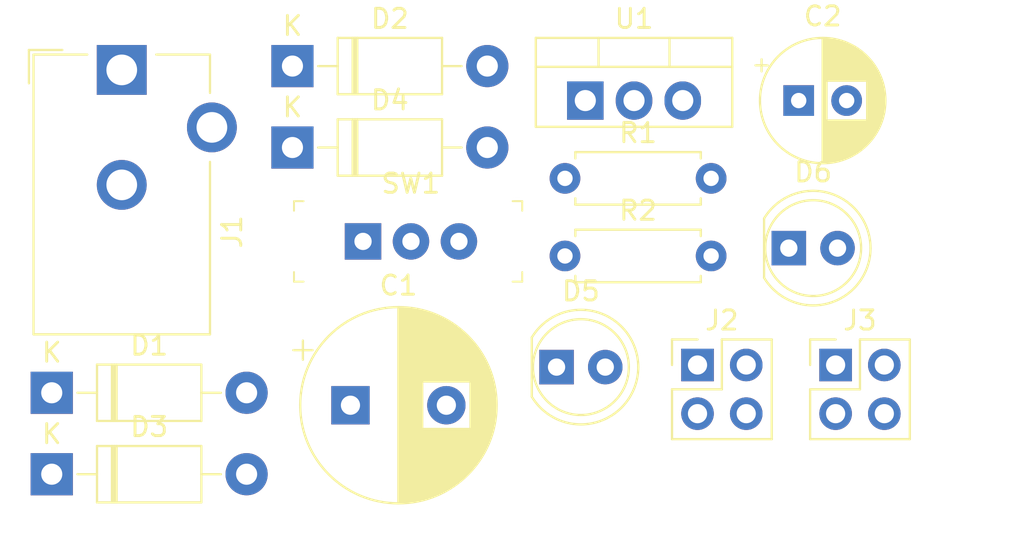
<source format=kicad_pcb>
(kicad_pcb (version 20171130) (host pcbnew 5.1.5-52549c5~84~ubuntu18.04.1)

  (general
    (thickness 1.6)
    (drawings 0)
    (tracks 0)
    (zones 0)
    (modules 15)
    (nets 11)
  )

  (page A4)
  (title_block
    (title "Breadboard power supply")
    (date 2019-12-19)
    (rev 1)
    (company Dalamakers)
    (comment 1 "Designed by Einar Helle")
  )

  (layers
    (0 F.Cu signal)
    (31 B.Cu signal)
    (32 B.Adhes user)
    (33 F.Adhes user)
    (34 B.Paste user)
    (35 F.Paste user)
    (36 B.SilkS user)
    (37 F.SilkS user)
    (38 B.Mask user)
    (39 F.Mask user)
    (40 Dwgs.User user)
    (41 Cmts.User user)
    (42 Eco1.User user)
    (43 Eco2.User user)
    (44 Edge.Cuts user)
    (45 Margin user)
    (46 B.CrtYd user)
    (47 F.CrtYd user)
    (48 B.Fab user)
    (49 F.Fab user)
  )

  (setup
    (last_trace_width 0.25)
    (user_trace_width 0.3)
    (trace_clearance 0.2)
    (zone_clearance 0.508)
    (zone_45_only no)
    (trace_min 0.2)
    (via_size 0.8)
    (via_drill 0.4)
    (via_min_size 0.4)
    (via_min_drill 0.3)
    (user_via 1 0.6)
    (uvia_size 0.3)
    (uvia_drill 0.1)
    (uvias_allowed no)
    (uvia_min_size 0.2)
    (uvia_min_drill 0.1)
    (edge_width 0.05)
    (segment_width 0.2)
    (pcb_text_width 0.3)
    (pcb_text_size 1.5 1.5)
    (mod_edge_width 0.12)
    (mod_text_size 1 1)
    (mod_text_width 0.15)
    (pad_size 1.524 1.524)
    (pad_drill 0.762)
    (pad_to_mask_clearance 0.051)
    (solder_mask_min_width 0.25)
    (aux_axis_origin 0 0)
    (visible_elements FFFFFF7F)
    (pcbplotparams
      (layerselection 0x010fc_ffffffff)
      (usegerberextensions false)
      (usegerberattributes false)
      (usegerberadvancedattributes false)
      (creategerberjobfile false)
      (excludeedgelayer true)
      (linewidth 0.100000)
      (plotframeref false)
      (viasonmask false)
      (mode 1)
      (useauxorigin false)
      (hpglpennumber 1)
      (hpglpenspeed 20)
      (hpglpendiameter 15.000000)
      (psnegative false)
      (psa4output false)
      (plotreference true)
      (plotvalue true)
      (plotinvisibletext false)
      (padsonsilk false)
      (subtractmaskfromsilk false)
      (outputformat 1)
      (mirror false)
      (drillshape 1)
      (scaleselection 1)
      (outputdirectory ""))
  )

  (net 0 "")
  (net 1 /VIn)
  (net 2 /V-)
  (net 3 /VOut1)
  (net 4 "Net-(D1-Pad1)")
  (net 5 "Net-(D3-Pad2)")
  (net 6 "Net-(D5-Pad2)")
  (net 7 "Net-(D6-Pad2)")
  (net 8 "Net-(J1-Pad3)")
  (net 9 /VOut2)
  (net 10 "Net-(SW1-Pad3)")

  (net_class Default "This is the default net class."
    (clearance 0.2)
    (trace_width 0.25)
    (via_dia 0.8)
    (via_drill 0.4)
    (uvia_dia 0.3)
    (uvia_drill 0.1)
    (add_net "Net-(D1-Pad1)")
    (add_net "Net-(D3-Pad2)")
    (add_net "Net-(D5-Pad2)")
    (add_net "Net-(D6-Pad2)")
    (add_net "Net-(J1-Pad3)")
    (add_net "Net-(SW1-Pad3)")
  )

  (net_class Power ""
    (clearance 0.3)
    (trace_width 0.3)
    (via_dia 1)
    (via_drill 0.5)
    (uvia_dia 0.3)
    (uvia_drill 0.1)
    (add_net /V-)
    (add_net /VIn)
    (add_net /VOut1)
    (add_net /VOut2)
  )

  (module Capacitor_THT:CP_Radial_D10.0mm_P5.00mm (layer F.Cu) (tedit 5AE50EF1) (tstamp 5DFB6B2D)
    (at 112.199647 99.335001)
    (descr "CP, Radial series, Radial, pin pitch=5.00mm, , diameter=10mm, Electrolytic Capacitor")
    (tags "CP Radial series Radial pin pitch 5.00mm  diameter 10mm Electrolytic Capacitor")
    (path /5DFAA6FE)
    (fp_text reference C1 (at 2.5 -6.25) (layer F.SilkS)
      (effects (font (size 1 1) (thickness 0.15)))
    )
    (fp_text value CP (at 2.5 6.25) (layer F.Fab)
      (effects (font (size 1 1) (thickness 0.15)))
    )
    (fp_circle (center 2.5 0) (end 7.5 0) (layer F.Fab) (width 0.1))
    (fp_circle (center 2.5 0) (end 7.62 0) (layer F.SilkS) (width 0.12))
    (fp_circle (center 2.5 0) (end 7.75 0) (layer F.CrtYd) (width 0.05))
    (fp_line (start -1.788861 -2.1875) (end -0.788861 -2.1875) (layer F.Fab) (width 0.1))
    (fp_line (start -1.288861 -2.6875) (end -1.288861 -1.6875) (layer F.Fab) (width 0.1))
    (fp_line (start 2.5 -5.08) (end 2.5 5.08) (layer F.SilkS) (width 0.12))
    (fp_line (start 2.54 -5.08) (end 2.54 5.08) (layer F.SilkS) (width 0.12))
    (fp_line (start 2.58 -5.08) (end 2.58 5.08) (layer F.SilkS) (width 0.12))
    (fp_line (start 2.62 -5.079) (end 2.62 5.079) (layer F.SilkS) (width 0.12))
    (fp_line (start 2.66 -5.078) (end 2.66 5.078) (layer F.SilkS) (width 0.12))
    (fp_line (start 2.7 -5.077) (end 2.7 5.077) (layer F.SilkS) (width 0.12))
    (fp_line (start 2.74 -5.075) (end 2.74 5.075) (layer F.SilkS) (width 0.12))
    (fp_line (start 2.78 -5.073) (end 2.78 5.073) (layer F.SilkS) (width 0.12))
    (fp_line (start 2.82 -5.07) (end 2.82 5.07) (layer F.SilkS) (width 0.12))
    (fp_line (start 2.86 -5.068) (end 2.86 5.068) (layer F.SilkS) (width 0.12))
    (fp_line (start 2.9 -5.065) (end 2.9 5.065) (layer F.SilkS) (width 0.12))
    (fp_line (start 2.94 -5.062) (end 2.94 5.062) (layer F.SilkS) (width 0.12))
    (fp_line (start 2.98 -5.058) (end 2.98 5.058) (layer F.SilkS) (width 0.12))
    (fp_line (start 3.02 -5.054) (end 3.02 5.054) (layer F.SilkS) (width 0.12))
    (fp_line (start 3.06 -5.05) (end 3.06 5.05) (layer F.SilkS) (width 0.12))
    (fp_line (start 3.1 -5.045) (end 3.1 5.045) (layer F.SilkS) (width 0.12))
    (fp_line (start 3.14 -5.04) (end 3.14 5.04) (layer F.SilkS) (width 0.12))
    (fp_line (start 3.18 -5.035) (end 3.18 5.035) (layer F.SilkS) (width 0.12))
    (fp_line (start 3.221 -5.03) (end 3.221 5.03) (layer F.SilkS) (width 0.12))
    (fp_line (start 3.261 -5.024) (end 3.261 5.024) (layer F.SilkS) (width 0.12))
    (fp_line (start 3.301 -5.018) (end 3.301 5.018) (layer F.SilkS) (width 0.12))
    (fp_line (start 3.341 -5.011) (end 3.341 5.011) (layer F.SilkS) (width 0.12))
    (fp_line (start 3.381 -5.004) (end 3.381 5.004) (layer F.SilkS) (width 0.12))
    (fp_line (start 3.421 -4.997) (end 3.421 4.997) (layer F.SilkS) (width 0.12))
    (fp_line (start 3.461 -4.99) (end 3.461 4.99) (layer F.SilkS) (width 0.12))
    (fp_line (start 3.501 -4.982) (end 3.501 4.982) (layer F.SilkS) (width 0.12))
    (fp_line (start 3.541 -4.974) (end 3.541 4.974) (layer F.SilkS) (width 0.12))
    (fp_line (start 3.581 -4.965) (end 3.581 4.965) (layer F.SilkS) (width 0.12))
    (fp_line (start 3.621 -4.956) (end 3.621 4.956) (layer F.SilkS) (width 0.12))
    (fp_line (start 3.661 -4.947) (end 3.661 4.947) (layer F.SilkS) (width 0.12))
    (fp_line (start 3.701 -4.938) (end 3.701 4.938) (layer F.SilkS) (width 0.12))
    (fp_line (start 3.741 -4.928) (end 3.741 4.928) (layer F.SilkS) (width 0.12))
    (fp_line (start 3.781 -4.918) (end 3.781 -1.241) (layer F.SilkS) (width 0.12))
    (fp_line (start 3.781 1.241) (end 3.781 4.918) (layer F.SilkS) (width 0.12))
    (fp_line (start 3.821 -4.907) (end 3.821 -1.241) (layer F.SilkS) (width 0.12))
    (fp_line (start 3.821 1.241) (end 3.821 4.907) (layer F.SilkS) (width 0.12))
    (fp_line (start 3.861 -4.897) (end 3.861 -1.241) (layer F.SilkS) (width 0.12))
    (fp_line (start 3.861 1.241) (end 3.861 4.897) (layer F.SilkS) (width 0.12))
    (fp_line (start 3.901 -4.885) (end 3.901 -1.241) (layer F.SilkS) (width 0.12))
    (fp_line (start 3.901 1.241) (end 3.901 4.885) (layer F.SilkS) (width 0.12))
    (fp_line (start 3.941 -4.874) (end 3.941 -1.241) (layer F.SilkS) (width 0.12))
    (fp_line (start 3.941 1.241) (end 3.941 4.874) (layer F.SilkS) (width 0.12))
    (fp_line (start 3.981 -4.862) (end 3.981 -1.241) (layer F.SilkS) (width 0.12))
    (fp_line (start 3.981 1.241) (end 3.981 4.862) (layer F.SilkS) (width 0.12))
    (fp_line (start 4.021 -4.85) (end 4.021 -1.241) (layer F.SilkS) (width 0.12))
    (fp_line (start 4.021 1.241) (end 4.021 4.85) (layer F.SilkS) (width 0.12))
    (fp_line (start 4.061 -4.837) (end 4.061 -1.241) (layer F.SilkS) (width 0.12))
    (fp_line (start 4.061 1.241) (end 4.061 4.837) (layer F.SilkS) (width 0.12))
    (fp_line (start 4.101 -4.824) (end 4.101 -1.241) (layer F.SilkS) (width 0.12))
    (fp_line (start 4.101 1.241) (end 4.101 4.824) (layer F.SilkS) (width 0.12))
    (fp_line (start 4.141 -4.811) (end 4.141 -1.241) (layer F.SilkS) (width 0.12))
    (fp_line (start 4.141 1.241) (end 4.141 4.811) (layer F.SilkS) (width 0.12))
    (fp_line (start 4.181 -4.797) (end 4.181 -1.241) (layer F.SilkS) (width 0.12))
    (fp_line (start 4.181 1.241) (end 4.181 4.797) (layer F.SilkS) (width 0.12))
    (fp_line (start 4.221 -4.783) (end 4.221 -1.241) (layer F.SilkS) (width 0.12))
    (fp_line (start 4.221 1.241) (end 4.221 4.783) (layer F.SilkS) (width 0.12))
    (fp_line (start 4.261 -4.768) (end 4.261 -1.241) (layer F.SilkS) (width 0.12))
    (fp_line (start 4.261 1.241) (end 4.261 4.768) (layer F.SilkS) (width 0.12))
    (fp_line (start 4.301 -4.754) (end 4.301 -1.241) (layer F.SilkS) (width 0.12))
    (fp_line (start 4.301 1.241) (end 4.301 4.754) (layer F.SilkS) (width 0.12))
    (fp_line (start 4.341 -4.738) (end 4.341 -1.241) (layer F.SilkS) (width 0.12))
    (fp_line (start 4.341 1.241) (end 4.341 4.738) (layer F.SilkS) (width 0.12))
    (fp_line (start 4.381 -4.723) (end 4.381 -1.241) (layer F.SilkS) (width 0.12))
    (fp_line (start 4.381 1.241) (end 4.381 4.723) (layer F.SilkS) (width 0.12))
    (fp_line (start 4.421 -4.707) (end 4.421 -1.241) (layer F.SilkS) (width 0.12))
    (fp_line (start 4.421 1.241) (end 4.421 4.707) (layer F.SilkS) (width 0.12))
    (fp_line (start 4.461 -4.69) (end 4.461 -1.241) (layer F.SilkS) (width 0.12))
    (fp_line (start 4.461 1.241) (end 4.461 4.69) (layer F.SilkS) (width 0.12))
    (fp_line (start 4.501 -4.674) (end 4.501 -1.241) (layer F.SilkS) (width 0.12))
    (fp_line (start 4.501 1.241) (end 4.501 4.674) (layer F.SilkS) (width 0.12))
    (fp_line (start 4.541 -4.657) (end 4.541 -1.241) (layer F.SilkS) (width 0.12))
    (fp_line (start 4.541 1.241) (end 4.541 4.657) (layer F.SilkS) (width 0.12))
    (fp_line (start 4.581 -4.639) (end 4.581 -1.241) (layer F.SilkS) (width 0.12))
    (fp_line (start 4.581 1.241) (end 4.581 4.639) (layer F.SilkS) (width 0.12))
    (fp_line (start 4.621 -4.621) (end 4.621 -1.241) (layer F.SilkS) (width 0.12))
    (fp_line (start 4.621 1.241) (end 4.621 4.621) (layer F.SilkS) (width 0.12))
    (fp_line (start 4.661 -4.603) (end 4.661 -1.241) (layer F.SilkS) (width 0.12))
    (fp_line (start 4.661 1.241) (end 4.661 4.603) (layer F.SilkS) (width 0.12))
    (fp_line (start 4.701 -4.584) (end 4.701 -1.241) (layer F.SilkS) (width 0.12))
    (fp_line (start 4.701 1.241) (end 4.701 4.584) (layer F.SilkS) (width 0.12))
    (fp_line (start 4.741 -4.564) (end 4.741 -1.241) (layer F.SilkS) (width 0.12))
    (fp_line (start 4.741 1.241) (end 4.741 4.564) (layer F.SilkS) (width 0.12))
    (fp_line (start 4.781 -4.545) (end 4.781 -1.241) (layer F.SilkS) (width 0.12))
    (fp_line (start 4.781 1.241) (end 4.781 4.545) (layer F.SilkS) (width 0.12))
    (fp_line (start 4.821 -4.525) (end 4.821 -1.241) (layer F.SilkS) (width 0.12))
    (fp_line (start 4.821 1.241) (end 4.821 4.525) (layer F.SilkS) (width 0.12))
    (fp_line (start 4.861 -4.504) (end 4.861 -1.241) (layer F.SilkS) (width 0.12))
    (fp_line (start 4.861 1.241) (end 4.861 4.504) (layer F.SilkS) (width 0.12))
    (fp_line (start 4.901 -4.483) (end 4.901 -1.241) (layer F.SilkS) (width 0.12))
    (fp_line (start 4.901 1.241) (end 4.901 4.483) (layer F.SilkS) (width 0.12))
    (fp_line (start 4.941 -4.462) (end 4.941 -1.241) (layer F.SilkS) (width 0.12))
    (fp_line (start 4.941 1.241) (end 4.941 4.462) (layer F.SilkS) (width 0.12))
    (fp_line (start 4.981 -4.44) (end 4.981 -1.241) (layer F.SilkS) (width 0.12))
    (fp_line (start 4.981 1.241) (end 4.981 4.44) (layer F.SilkS) (width 0.12))
    (fp_line (start 5.021 -4.417) (end 5.021 -1.241) (layer F.SilkS) (width 0.12))
    (fp_line (start 5.021 1.241) (end 5.021 4.417) (layer F.SilkS) (width 0.12))
    (fp_line (start 5.061 -4.395) (end 5.061 -1.241) (layer F.SilkS) (width 0.12))
    (fp_line (start 5.061 1.241) (end 5.061 4.395) (layer F.SilkS) (width 0.12))
    (fp_line (start 5.101 -4.371) (end 5.101 -1.241) (layer F.SilkS) (width 0.12))
    (fp_line (start 5.101 1.241) (end 5.101 4.371) (layer F.SilkS) (width 0.12))
    (fp_line (start 5.141 -4.347) (end 5.141 -1.241) (layer F.SilkS) (width 0.12))
    (fp_line (start 5.141 1.241) (end 5.141 4.347) (layer F.SilkS) (width 0.12))
    (fp_line (start 5.181 -4.323) (end 5.181 -1.241) (layer F.SilkS) (width 0.12))
    (fp_line (start 5.181 1.241) (end 5.181 4.323) (layer F.SilkS) (width 0.12))
    (fp_line (start 5.221 -4.298) (end 5.221 -1.241) (layer F.SilkS) (width 0.12))
    (fp_line (start 5.221 1.241) (end 5.221 4.298) (layer F.SilkS) (width 0.12))
    (fp_line (start 5.261 -4.273) (end 5.261 -1.241) (layer F.SilkS) (width 0.12))
    (fp_line (start 5.261 1.241) (end 5.261 4.273) (layer F.SilkS) (width 0.12))
    (fp_line (start 5.301 -4.247) (end 5.301 -1.241) (layer F.SilkS) (width 0.12))
    (fp_line (start 5.301 1.241) (end 5.301 4.247) (layer F.SilkS) (width 0.12))
    (fp_line (start 5.341 -4.221) (end 5.341 -1.241) (layer F.SilkS) (width 0.12))
    (fp_line (start 5.341 1.241) (end 5.341 4.221) (layer F.SilkS) (width 0.12))
    (fp_line (start 5.381 -4.194) (end 5.381 -1.241) (layer F.SilkS) (width 0.12))
    (fp_line (start 5.381 1.241) (end 5.381 4.194) (layer F.SilkS) (width 0.12))
    (fp_line (start 5.421 -4.166) (end 5.421 -1.241) (layer F.SilkS) (width 0.12))
    (fp_line (start 5.421 1.241) (end 5.421 4.166) (layer F.SilkS) (width 0.12))
    (fp_line (start 5.461 -4.138) (end 5.461 -1.241) (layer F.SilkS) (width 0.12))
    (fp_line (start 5.461 1.241) (end 5.461 4.138) (layer F.SilkS) (width 0.12))
    (fp_line (start 5.501 -4.11) (end 5.501 -1.241) (layer F.SilkS) (width 0.12))
    (fp_line (start 5.501 1.241) (end 5.501 4.11) (layer F.SilkS) (width 0.12))
    (fp_line (start 5.541 -4.08) (end 5.541 -1.241) (layer F.SilkS) (width 0.12))
    (fp_line (start 5.541 1.241) (end 5.541 4.08) (layer F.SilkS) (width 0.12))
    (fp_line (start 5.581 -4.05) (end 5.581 -1.241) (layer F.SilkS) (width 0.12))
    (fp_line (start 5.581 1.241) (end 5.581 4.05) (layer F.SilkS) (width 0.12))
    (fp_line (start 5.621 -4.02) (end 5.621 -1.241) (layer F.SilkS) (width 0.12))
    (fp_line (start 5.621 1.241) (end 5.621 4.02) (layer F.SilkS) (width 0.12))
    (fp_line (start 5.661 -3.989) (end 5.661 -1.241) (layer F.SilkS) (width 0.12))
    (fp_line (start 5.661 1.241) (end 5.661 3.989) (layer F.SilkS) (width 0.12))
    (fp_line (start 5.701 -3.957) (end 5.701 -1.241) (layer F.SilkS) (width 0.12))
    (fp_line (start 5.701 1.241) (end 5.701 3.957) (layer F.SilkS) (width 0.12))
    (fp_line (start 5.741 -3.925) (end 5.741 -1.241) (layer F.SilkS) (width 0.12))
    (fp_line (start 5.741 1.241) (end 5.741 3.925) (layer F.SilkS) (width 0.12))
    (fp_line (start 5.781 -3.892) (end 5.781 -1.241) (layer F.SilkS) (width 0.12))
    (fp_line (start 5.781 1.241) (end 5.781 3.892) (layer F.SilkS) (width 0.12))
    (fp_line (start 5.821 -3.858) (end 5.821 -1.241) (layer F.SilkS) (width 0.12))
    (fp_line (start 5.821 1.241) (end 5.821 3.858) (layer F.SilkS) (width 0.12))
    (fp_line (start 5.861 -3.824) (end 5.861 -1.241) (layer F.SilkS) (width 0.12))
    (fp_line (start 5.861 1.241) (end 5.861 3.824) (layer F.SilkS) (width 0.12))
    (fp_line (start 5.901 -3.789) (end 5.901 -1.241) (layer F.SilkS) (width 0.12))
    (fp_line (start 5.901 1.241) (end 5.901 3.789) (layer F.SilkS) (width 0.12))
    (fp_line (start 5.941 -3.753) (end 5.941 -1.241) (layer F.SilkS) (width 0.12))
    (fp_line (start 5.941 1.241) (end 5.941 3.753) (layer F.SilkS) (width 0.12))
    (fp_line (start 5.981 -3.716) (end 5.981 -1.241) (layer F.SilkS) (width 0.12))
    (fp_line (start 5.981 1.241) (end 5.981 3.716) (layer F.SilkS) (width 0.12))
    (fp_line (start 6.021 -3.679) (end 6.021 -1.241) (layer F.SilkS) (width 0.12))
    (fp_line (start 6.021 1.241) (end 6.021 3.679) (layer F.SilkS) (width 0.12))
    (fp_line (start 6.061 -3.64) (end 6.061 -1.241) (layer F.SilkS) (width 0.12))
    (fp_line (start 6.061 1.241) (end 6.061 3.64) (layer F.SilkS) (width 0.12))
    (fp_line (start 6.101 -3.601) (end 6.101 -1.241) (layer F.SilkS) (width 0.12))
    (fp_line (start 6.101 1.241) (end 6.101 3.601) (layer F.SilkS) (width 0.12))
    (fp_line (start 6.141 -3.561) (end 6.141 -1.241) (layer F.SilkS) (width 0.12))
    (fp_line (start 6.141 1.241) (end 6.141 3.561) (layer F.SilkS) (width 0.12))
    (fp_line (start 6.181 -3.52) (end 6.181 -1.241) (layer F.SilkS) (width 0.12))
    (fp_line (start 6.181 1.241) (end 6.181 3.52) (layer F.SilkS) (width 0.12))
    (fp_line (start 6.221 -3.478) (end 6.221 -1.241) (layer F.SilkS) (width 0.12))
    (fp_line (start 6.221 1.241) (end 6.221 3.478) (layer F.SilkS) (width 0.12))
    (fp_line (start 6.261 -3.436) (end 6.261 3.436) (layer F.SilkS) (width 0.12))
    (fp_line (start 6.301 -3.392) (end 6.301 3.392) (layer F.SilkS) (width 0.12))
    (fp_line (start 6.341 -3.347) (end 6.341 3.347) (layer F.SilkS) (width 0.12))
    (fp_line (start 6.381 -3.301) (end 6.381 3.301) (layer F.SilkS) (width 0.12))
    (fp_line (start 6.421 -3.254) (end 6.421 3.254) (layer F.SilkS) (width 0.12))
    (fp_line (start 6.461 -3.206) (end 6.461 3.206) (layer F.SilkS) (width 0.12))
    (fp_line (start 6.501 -3.156) (end 6.501 3.156) (layer F.SilkS) (width 0.12))
    (fp_line (start 6.541 -3.106) (end 6.541 3.106) (layer F.SilkS) (width 0.12))
    (fp_line (start 6.581 -3.054) (end 6.581 3.054) (layer F.SilkS) (width 0.12))
    (fp_line (start 6.621 -3) (end 6.621 3) (layer F.SilkS) (width 0.12))
    (fp_line (start 6.661 -2.945) (end 6.661 2.945) (layer F.SilkS) (width 0.12))
    (fp_line (start 6.701 -2.889) (end 6.701 2.889) (layer F.SilkS) (width 0.12))
    (fp_line (start 6.741 -2.83) (end 6.741 2.83) (layer F.SilkS) (width 0.12))
    (fp_line (start 6.781 -2.77) (end 6.781 2.77) (layer F.SilkS) (width 0.12))
    (fp_line (start 6.821 -2.709) (end 6.821 2.709) (layer F.SilkS) (width 0.12))
    (fp_line (start 6.861 -2.645) (end 6.861 2.645) (layer F.SilkS) (width 0.12))
    (fp_line (start 6.901 -2.579) (end 6.901 2.579) (layer F.SilkS) (width 0.12))
    (fp_line (start 6.941 -2.51) (end 6.941 2.51) (layer F.SilkS) (width 0.12))
    (fp_line (start 6.981 -2.439) (end 6.981 2.439) (layer F.SilkS) (width 0.12))
    (fp_line (start 7.021 -2.365) (end 7.021 2.365) (layer F.SilkS) (width 0.12))
    (fp_line (start 7.061 -2.289) (end 7.061 2.289) (layer F.SilkS) (width 0.12))
    (fp_line (start 7.101 -2.209) (end 7.101 2.209) (layer F.SilkS) (width 0.12))
    (fp_line (start 7.141 -2.125) (end 7.141 2.125) (layer F.SilkS) (width 0.12))
    (fp_line (start 7.181 -2.037) (end 7.181 2.037) (layer F.SilkS) (width 0.12))
    (fp_line (start 7.221 -1.944) (end 7.221 1.944) (layer F.SilkS) (width 0.12))
    (fp_line (start 7.261 -1.846) (end 7.261 1.846) (layer F.SilkS) (width 0.12))
    (fp_line (start 7.301 -1.742) (end 7.301 1.742) (layer F.SilkS) (width 0.12))
    (fp_line (start 7.341 -1.63) (end 7.341 1.63) (layer F.SilkS) (width 0.12))
    (fp_line (start 7.381 -1.51) (end 7.381 1.51) (layer F.SilkS) (width 0.12))
    (fp_line (start 7.421 -1.378) (end 7.421 1.378) (layer F.SilkS) (width 0.12))
    (fp_line (start 7.461 -1.23) (end 7.461 1.23) (layer F.SilkS) (width 0.12))
    (fp_line (start 7.501 -1.062) (end 7.501 1.062) (layer F.SilkS) (width 0.12))
    (fp_line (start 7.541 -0.862) (end 7.541 0.862) (layer F.SilkS) (width 0.12))
    (fp_line (start 7.581 -0.599) (end 7.581 0.599) (layer F.SilkS) (width 0.12))
    (fp_line (start -2.979646 -2.875) (end -1.979646 -2.875) (layer F.SilkS) (width 0.12))
    (fp_line (start -2.479646 -3.375) (end -2.479646 -2.375) (layer F.SilkS) (width 0.12))
    (fp_text user %R (at 2.5 0) (layer F.Fab)
      (effects (font (size 1 1) (thickness 0.15)))
    )
    (pad 1 thru_hole rect (at 0 0) (size 2 2) (drill 1) (layers *.Cu *.Mask)
      (net 1 /VIn))
    (pad 2 thru_hole circle (at 5 0) (size 2 2) (drill 1) (layers *.Cu *.Mask)
      (net 2 /V-))
    (model ${KISYS3DMOD}/Capacitor_THT.3dshapes/CP_Radial_D10.0mm_P5.00mm.wrl
      (at (xyz 0 0 0))
      (scale (xyz 1 1 1))
      (rotate (xyz 0 0 0))
    )
  )

  (module Capacitor_THT:CP_Radial_D6.3mm_P2.50mm (layer F.Cu) (tedit 5AE50EF0) (tstamp 5DFB6BC1)
    (at 135.570242 83.435001)
    (descr "CP, Radial series, Radial, pin pitch=2.50mm, , diameter=6.3mm, Electrolytic Capacitor")
    (tags "CP Radial series Radial pin pitch 2.50mm  diameter 6.3mm Electrolytic Capacitor")
    (path /5DFAAC5A)
    (fp_text reference C2 (at 1.25 -4.4) (layer F.SilkS)
      (effects (font (size 1 1) (thickness 0.15)))
    )
    (fp_text value CP (at 1.25 4.4) (layer F.Fab)
      (effects (font (size 1 1) (thickness 0.15)))
    )
    (fp_circle (center 1.25 0) (end 4.4 0) (layer F.Fab) (width 0.1))
    (fp_circle (center 1.25 0) (end 4.52 0) (layer F.SilkS) (width 0.12))
    (fp_circle (center 1.25 0) (end 4.65 0) (layer F.CrtYd) (width 0.05))
    (fp_line (start -1.443972 -1.3735) (end -0.813972 -1.3735) (layer F.Fab) (width 0.1))
    (fp_line (start -1.128972 -1.6885) (end -1.128972 -1.0585) (layer F.Fab) (width 0.1))
    (fp_line (start 1.25 -3.23) (end 1.25 3.23) (layer F.SilkS) (width 0.12))
    (fp_line (start 1.29 -3.23) (end 1.29 3.23) (layer F.SilkS) (width 0.12))
    (fp_line (start 1.33 -3.23) (end 1.33 3.23) (layer F.SilkS) (width 0.12))
    (fp_line (start 1.37 -3.228) (end 1.37 3.228) (layer F.SilkS) (width 0.12))
    (fp_line (start 1.41 -3.227) (end 1.41 3.227) (layer F.SilkS) (width 0.12))
    (fp_line (start 1.45 -3.224) (end 1.45 3.224) (layer F.SilkS) (width 0.12))
    (fp_line (start 1.49 -3.222) (end 1.49 -1.04) (layer F.SilkS) (width 0.12))
    (fp_line (start 1.49 1.04) (end 1.49 3.222) (layer F.SilkS) (width 0.12))
    (fp_line (start 1.53 -3.218) (end 1.53 -1.04) (layer F.SilkS) (width 0.12))
    (fp_line (start 1.53 1.04) (end 1.53 3.218) (layer F.SilkS) (width 0.12))
    (fp_line (start 1.57 -3.215) (end 1.57 -1.04) (layer F.SilkS) (width 0.12))
    (fp_line (start 1.57 1.04) (end 1.57 3.215) (layer F.SilkS) (width 0.12))
    (fp_line (start 1.61 -3.211) (end 1.61 -1.04) (layer F.SilkS) (width 0.12))
    (fp_line (start 1.61 1.04) (end 1.61 3.211) (layer F.SilkS) (width 0.12))
    (fp_line (start 1.65 -3.206) (end 1.65 -1.04) (layer F.SilkS) (width 0.12))
    (fp_line (start 1.65 1.04) (end 1.65 3.206) (layer F.SilkS) (width 0.12))
    (fp_line (start 1.69 -3.201) (end 1.69 -1.04) (layer F.SilkS) (width 0.12))
    (fp_line (start 1.69 1.04) (end 1.69 3.201) (layer F.SilkS) (width 0.12))
    (fp_line (start 1.73 -3.195) (end 1.73 -1.04) (layer F.SilkS) (width 0.12))
    (fp_line (start 1.73 1.04) (end 1.73 3.195) (layer F.SilkS) (width 0.12))
    (fp_line (start 1.77 -3.189) (end 1.77 -1.04) (layer F.SilkS) (width 0.12))
    (fp_line (start 1.77 1.04) (end 1.77 3.189) (layer F.SilkS) (width 0.12))
    (fp_line (start 1.81 -3.182) (end 1.81 -1.04) (layer F.SilkS) (width 0.12))
    (fp_line (start 1.81 1.04) (end 1.81 3.182) (layer F.SilkS) (width 0.12))
    (fp_line (start 1.85 -3.175) (end 1.85 -1.04) (layer F.SilkS) (width 0.12))
    (fp_line (start 1.85 1.04) (end 1.85 3.175) (layer F.SilkS) (width 0.12))
    (fp_line (start 1.89 -3.167) (end 1.89 -1.04) (layer F.SilkS) (width 0.12))
    (fp_line (start 1.89 1.04) (end 1.89 3.167) (layer F.SilkS) (width 0.12))
    (fp_line (start 1.93 -3.159) (end 1.93 -1.04) (layer F.SilkS) (width 0.12))
    (fp_line (start 1.93 1.04) (end 1.93 3.159) (layer F.SilkS) (width 0.12))
    (fp_line (start 1.971 -3.15) (end 1.971 -1.04) (layer F.SilkS) (width 0.12))
    (fp_line (start 1.971 1.04) (end 1.971 3.15) (layer F.SilkS) (width 0.12))
    (fp_line (start 2.011 -3.141) (end 2.011 -1.04) (layer F.SilkS) (width 0.12))
    (fp_line (start 2.011 1.04) (end 2.011 3.141) (layer F.SilkS) (width 0.12))
    (fp_line (start 2.051 -3.131) (end 2.051 -1.04) (layer F.SilkS) (width 0.12))
    (fp_line (start 2.051 1.04) (end 2.051 3.131) (layer F.SilkS) (width 0.12))
    (fp_line (start 2.091 -3.121) (end 2.091 -1.04) (layer F.SilkS) (width 0.12))
    (fp_line (start 2.091 1.04) (end 2.091 3.121) (layer F.SilkS) (width 0.12))
    (fp_line (start 2.131 -3.11) (end 2.131 -1.04) (layer F.SilkS) (width 0.12))
    (fp_line (start 2.131 1.04) (end 2.131 3.11) (layer F.SilkS) (width 0.12))
    (fp_line (start 2.171 -3.098) (end 2.171 -1.04) (layer F.SilkS) (width 0.12))
    (fp_line (start 2.171 1.04) (end 2.171 3.098) (layer F.SilkS) (width 0.12))
    (fp_line (start 2.211 -3.086) (end 2.211 -1.04) (layer F.SilkS) (width 0.12))
    (fp_line (start 2.211 1.04) (end 2.211 3.086) (layer F.SilkS) (width 0.12))
    (fp_line (start 2.251 -3.074) (end 2.251 -1.04) (layer F.SilkS) (width 0.12))
    (fp_line (start 2.251 1.04) (end 2.251 3.074) (layer F.SilkS) (width 0.12))
    (fp_line (start 2.291 -3.061) (end 2.291 -1.04) (layer F.SilkS) (width 0.12))
    (fp_line (start 2.291 1.04) (end 2.291 3.061) (layer F.SilkS) (width 0.12))
    (fp_line (start 2.331 -3.047) (end 2.331 -1.04) (layer F.SilkS) (width 0.12))
    (fp_line (start 2.331 1.04) (end 2.331 3.047) (layer F.SilkS) (width 0.12))
    (fp_line (start 2.371 -3.033) (end 2.371 -1.04) (layer F.SilkS) (width 0.12))
    (fp_line (start 2.371 1.04) (end 2.371 3.033) (layer F.SilkS) (width 0.12))
    (fp_line (start 2.411 -3.018) (end 2.411 -1.04) (layer F.SilkS) (width 0.12))
    (fp_line (start 2.411 1.04) (end 2.411 3.018) (layer F.SilkS) (width 0.12))
    (fp_line (start 2.451 -3.002) (end 2.451 -1.04) (layer F.SilkS) (width 0.12))
    (fp_line (start 2.451 1.04) (end 2.451 3.002) (layer F.SilkS) (width 0.12))
    (fp_line (start 2.491 -2.986) (end 2.491 -1.04) (layer F.SilkS) (width 0.12))
    (fp_line (start 2.491 1.04) (end 2.491 2.986) (layer F.SilkS) (width 0.12))
    (fp_line (start 2.531 -2.97) (end 2.531 -1.04) (layer F.SilkS) (width 0.12))
    (fp_line (start 2.531 1.04) (end 2.531 2.97) (layer F.SilkS) (width 0.12))
    (fp_line (start 2.571 -2.952) (end 2.571 -1.04) (layer F.SilkS) (width 0.12))
    (fp_line (start 2.571 1.04) (end 2.571 2.952) (layer F.SilkS) (width 0.12))
    (fp_line (start 2.611 -2.934) (end 2.611 -1.04) (layer F.SilkS) (width 0.12))
    (fp_line (start 2.611 1.04) (end 2.611 2.934) (layer F.SilkS) (width 0.12))
    (fp_line (start 2.651 -2.916) (end 2.651 -1.04) (layer F.SilkS) (width 0.12))
    (fp_line (start 2.651 1.04) (end 2.651 2.916) (layer F.SilkS) (width 0.12))
    (fp_line (start 2.691 -2.896) (end 2.691 -1.04) (layer F.SilkS) (width 0.12))
    (fp_line (start 2.691 1.04) (end 2.691 2.896) (layer F.SilkS) (width 0.12))
    (fp_line (start 2.731 -2.876) (end 2.731 -1.04) (layer F.SilkS) (width 0.12))
    (fp_line (start 2.731 1.04) (end 2.731 2.876) (layer F.SilkS) (width 0.12))
    (fp_line (start 2.771 -2.856) (end 2.771 -1.04) (layer F.SilkS) (width 0.12))
    (fp_line (start 2.771 1.04) (end 2.771 2.856) (layer F.SilkS) (width 0.12))
    (fp_line (start 2.811 -2.834) (end 2.811 -1.04) (layer F.SilkS) (width 0.12))
    (fp_line (start 2.811 1.04) (end 2.811 2.834) (layer F.SilkS) (width 0.12))
    (fp_line (start 2.851 -2.812) (end 2.851 -1.04) (layer F.SilkS) (width 0.12))
    (fp_line (start 2.851 1.04) (end 2.851 2.812) (layer F.SilkS) (width 0.12))
    (fp_line (start 2.891 -2.79) (end 2.891 -1.04) (layer F.SilkS) (width 0.12))
    (fp_line (start 2.891 1.04) (end 2.891 2.79) (layer F.SilkS) (width 0.12))
    (fp_line (start 2.931 -2.766) (end 2.931 -1.04) (layer F.SilkS) (width 0.12))
    (fp_line (start 2.931 1.04) (end 2.931 2.766) (layer F.SilkS) (width 0.12))
    (fp_line (start 2.971 -2.742) (end 2.971 -1.04) (layer F.SilkS) (width 0.12))
    (fp_line (start 2.971 1.04) (end 2.971 2.742) (layer F.SilkS) (width 0.12))
    (fp_line (start 3.011 -2.716) (end 3.011 -1.04) (layer F.SilkS) (width 0.12))
    (fp_line (start 3.011 1.04) (end 3.011 2.716) (layer F.SilkS) (width 0.12))
    (fp_line (start 3.051 -2.69) (end 3.051 -1.04) (layer F.SilkS) (width 0.12))
    (fp_line (start 3.051 1.04) (end 3.051 2.69) (layer F.SilkS) (width 0.12))
    (fp_line (start 3.091 -2.664) (end 3.091 -1.04) (layer F.SilkS) (width 0.12))
    (fp_line (start 3.091 1.04) (end 3.091 2.664) (layer F.SilkS) (width 0.12))
    (fp_line (start 3.131 -2.636) (end 3.131 -1.04) (layer F.SilkS) (width 0.12))
    (fp_line (start 3.131 1.04) (end 3.131 2.636) (layer F.SilkS) (width 0.12))
    (fp_line (start 3.171 -2.607) (end 3.171 -1.04) (layer F.SilkS) (width 0.12))
    (fp_line (start 3.171 1.04) (end 3.171 2.607) (layer F.SilkS) (width 0.12))
    (fp_line (start 3.211 -2.578) (end 3.211 -1.04) (layer F.SilkS) (width 0.12))
    (fp_line (start 3.211 1.04) (end 3.211 2.578) (layer F.SilkS) (width 0.12))
    (fp_line (start 3.251 -2.548) (end 3.251 -1.04) (layer F.SilkS) (width 0.12))
    (fp_line (start 3.251 1.04) (end 3.251 2.548) (layer F.SilkS) (width 0.12))
    (fp_line (start 3.291 -2.516) (end 3.291 -1.04) (layer F.SilkS) (width 0.12))
    (fp_line (start 3.291 1.04) (end 3.291 2.516) (layer F.SilkS) (width 0.12))
    (fp_line (start 3.331 -2.484) (end 3.331 -1.04) (layer F.SilkS) (width 0.12))
    (fp_line (start 3.331 1.04) (end 3.331 2.484) (layer F.SilkS) (width 0.12))
    (fp_line (start 3.371 -2.45) (end 3.371 -1.04) (layer F.SilkS) (width 0.12))
    (fp_line (start 3.371 1.04) (end 3.371 2.45) (layer F.SilkS) (width 0.12))
    (fp_line (start 3.411 -2.416) (end 3.411 -1.04) (layer F.SilkS) (width 0.12))
    (fp_line (start 3.411 1.04) (end 3.411 2.416) (layer F.SilkS) (width 0.12))
    (fp_line (start 3.451 -2.38) (end 3.451 -1.04) (layer F.SilkS) (width 0.12))
    (fp_line (start 3.451 1.04) (end 3.451 2.38) (layer F.SilkS) (width 0.12))
    (fp_line (start 3.491 -2.343) (end 3.491 -1.04) (layer F.SilkS) (width 0.12))
    (fp_line (start 3.491 1.04) (end 3.491 2.343) (layer F.SilkS) (width 0.12))
    (fp_line (start 3.531 -2.305) (end 3.531 -1.04) (layer F.SilkS) (width 0.12))
    (fp_line (start 3.531 1.04) (end 3.531 2.305) (layer F.SilkS) (width 0.12))
    (fp_line (start 3.571 -2.265) (end 3.571 2.265) (layer F.SilkS) (width 0.12))
    (fp_line (start 3.611 -2.224) (end 3.611 2.224) (layer F.SilkS) (width 0.12))
    (fp_line (start 3.651 -2.182) (end 3.651 2.182) (layer F.SilkS) (width 0.12))
    (fp_line (start 3.691 -2.137) (end 3.691 2.137) (layer F.SilkS) (width 0.12))
    (fp_line (start 3.731 -2.092) (end 3.731 2.092) (layer F.SilkS) (width 0.12))
    (fp_line (start 3.771 -2.044) (end 3.771 2.044) (layer F.SilkS) (width 0.12))
    (fp_line (start 3.811 -1.995) (end 3.811 1.995) (layer F.SilkS) (width 0.12))
    (fp_line (start 3.851 -1.944) (end 3.851 1.944) (layer F.SilkS) (width 0.12))
    (fp_line (start 3.891 -1.89) (end 3.891 1.89) (layer F.SilkS) (width 0.12))
    (fp_line (start 3.931 -1.834) (end 3.931 1.834) (layer F.SilkS) (width 0.12))
    (fp_line (start 3.971 -1.776) (end 3.971 1.776) (layer F.SilkS) (width 0.12))
    (fp_line (start 4.011 -1.714) (end 4.011 1.714) (layer F.SilkS) (width 0.12))
    (fp_line (start 4.051 -1.65) (end 4.051 1.65) (layer F.SilkS) (width 0.12))
    (fp_line (start 4.091 -1.581) (end 4.091 1.581) (layer F.SilkS) (width 0.12))
    (fp_line (start 4.131 -1.509) (end 4.131 1.509) (layer F.SilkS) (width 0.12))
    (fp_line (start 4.171 -1.432) (end 4.171 1.432) (layer F.SilkS) (width 0.12))
    (fp_line (start 4.211 -1.35) (end 4.211 1.35) (layer F.SilkS) (width 0.12))
    (fp_line (start 4.251 -1.262) (end 4.251 1.262) (layer F.SilkS) (width 0.12))
    (fp_line (start 4.291 -1.165) (end 4.291 1.165) (layer F.SilkS) (width 0.12))
    (fp_line (start 4.331 -1.059) (end 4.331 1.059) (layer F.SilkS) (width 0.12))
    (fp_line (start 4.371 -0.94) (end 4.371 0.94) (layer F.SilkS) (width 0.12))
    (fp_line (start 4.411 -0.802) (end 4.411 0.802) (layer F.SilkS) (width 0.12))
    (fp_line (start 4.451 -0.633) (end 4.451 0.633) (layer F.SilkS) (width 0.12))
    (fp_line (start 4.491 -0.402) (end 4.491 0.402) (layer F.SilkS) (width 0.12))
    (fp_line (start -2.250241 -1.839) (end -1.620241 -1.839) (layer F.SilkS) (width 0.12))
    (fp_line (start -1.935241 -2.154) (end -1.935241 -1.524) (layer F.SilkS) (width 0.12))
    (fp_text user %R (at 1.25 0) (layer F.Fab)
      (effects (font (size 1 1) (thickness 0.15)))
    )
    (pad 1 thru_hole rect (at 0 0) (size 1.6 1.6) (drill 0.8) (layers *.Cu *.Mask)
      (net 3 /VOut1))
    (pad 2 thru_hole circle (at 2.5 0) (size 1.6 1.6) (drill 0.8) (layers *.Cu *.Mask)
      (net 2 /V-))
    (model ${KISYS3DMOD}/Capacitor_THT.3dshapes/CP_Radial_D6.3mm_P2.50mm.wrl
      (at (xyz 0 0 0))
      (scale (xyz 1 1 1))
      (rotate (xyz 0 0 0))
    )
  )

  (module Diode_THT:D_DO-41_SOD81_P10.16mm_Horizontal (layer F.Cu) (tedit 5AE50CD5) (tstamp 5DFB6BE0)
    (at 96.625001 98.685001)
    (descr "Diode, DO-41_SOD81 series, Axial, Horizontal, pin pitch=10.16mm, , length*diameter=5.2*2.7mm^2, , http://www.diodes.com/_files/packages/DO-41%20(Plastic).pdf")
    (tags "Diode DO-41_SOD81 series Axial Horizontal pin pitch 10.16mm  length 5.2mm diameter 2.7mm")
    (path /5DFAA07A)
    (fp_text reference D1 (at 5.08 -2.47) (layer F.SilkS)
      (effects (font (size 1 1) (thickness 0.15)))
    )
    (fp_text value 1N4007 (at 5.08 2.47) (layer F.Fab)
      (effects (font (size 1 1) (thickness 0.15)))
    )
    (fp_text user K (at 0 -2.1) (layer F.SilkS)
      (effects (font (size 1 1) (thickness 0.15)))
    )
    (fp_text user K (at 0 -2.1) (layer F.Fab)
      (effects (font (size 1 1) (thickness 0.15)))
    )
    (fp_text user %R (at 5.47 0) (layer F.Fab)
      (effects (font (size 1 1) (thickness 0.15)))
    )
    (fp_line (start 11.51 -1.6) (end -1.35 -1.6) (layer F.CrtYd) (width 0.05))
    (fp_line (start 11.51 1.6) (end 11.51 -1.6) (layer F.CrtYd) (width 0.05))
    (fp_line (start -1.35 1.6) (end 11.51 1.6) (layer F.CrtYd) (width 0.05))
    (fp_line (start -1.35 -1.6) (end -1.35 1.6) (layer F.CrtYd) (width 0.05))
    (fp_line (start 3.14 -1.47) (end 3.14 1.47) (layer F.SilkS) (width 0.12))
    (fp_line (start 3.38 -1.47) (end 3.38 1.47) (layer F.SilkS) (width 0.12))
    (fp_line (start 3.26 -1.47) (end 3.26 1.47) (layer F.SilkS) (width 0.12))
    (fp_line (start 8.82 0) (end 7.8 0) (layer F.SilkS) (width 0.12))
    (fp_line (start 1.34 0) (end 2.36 0) (layer F.SilkS) (width 0.12))
    (fp_line (start 7.8 -1.47) (end 2.36 -1.47) (layer F.SilkS) (width 0.12))
    (fp_line (start 7.8 1.47) (end 7.8 -1.47) (layer F.SilkS) (width 0.12))
    (fp_line (start 2.36 1.47) (end 7.8 1.47) (layer F.SilkS) (width 0.12))
    (fp_line (start 2.36 -1.47) (end 2.36 1.47) (layer F.SilkS) (width 0.12))
    (fp_line (start 3.16 -1.35) (end 3.16 1.35) (layer F.Fab) (width 0.1))
    (fp_line (start 3.36 -1.35) (end 3.36 1.35) (layer F.Fab) (width 0.1))
    (fp_line (start 3.26 -1.35) (end 3.26 1.35) (layer F.Fab) (width 0.1))
    (fp_line (start 10.16 0) (end 7.68 0) (layer F.Fab) (width 0.1))
    (fp_line (start 0 0) (end 2.48 0) (layer F.Fab) (width 0.1))
    (fp_line (start 7.68 -1.35) (end 2.48 -1.35) (layer F.Fab) (width 0.1))
    (fp_line (start 7.68 1.35) (end 7.68 -1.35) (layer F.Fab) (width 0.1))
    (fp_line (start 2.48 1.35) (end 7.68 1.35) (layer F.Fab) (width 0.1))
    (fp_line (start 2.48 -1.35) (end 2.48 1.35) (layer F.Fab) (width 0.1))
    (pad 2 thru_hole oval (at 10.16 0) (size 2.2 2.2) (drill 1.1) (layers *.Cu *.Mask)
      (net 2 /V-))
    (pad 1 thru_hole rect (at 0 0) (size 2.2 2.2) (drill 1.1) (layers *.Cu *.Mask)
      (net 4 "Net-(D1-Pad1)"))
    (model ${KISYS3DMOD}/Diode_THT.3dshapes/D_DO-41_SOD81_P10.16mm_Horizontal.wrl
      (at (xyz 0 0 0))
      (scale (xyz 1 1 1))
      (rotate (xyz 0 0 0))
    )
  )

  (module Diode_THT:D_DO-41_SOD81_P10.16mm_Horizontal (layer F.Cu) (tedit 5AE50CD5) (tstamp 5DFB6BFF)
    (at 109.175001 81.635001)
    (descr "Diode, DO-41_SOD81 series, Axial, Horizontal, pin pitch=10.16mm, , length*diameter=5.2*2.7mm^2, , http://www.diodes.com/_files/packages/DO-41%20(Plastic).pdf")
    (tags "Diode DO-41_SOD81 series Axial Horizontal pin pitch 10.16mm  length 5.2mm diameter 2.7mm")
    (path /5DFA99C2)
    (fp_text reference D2 (at 5.08 -2.47) (layer F.SilkS)
      (effects (font (size 1 1) (thickness 0.15)))
    )
    (fp_text value 1N4007 (at 5.08 2.47) (layer F.Fab)
      (effects (font (size 1 1) (thickness 0.15)))
    )
    (fp_text user K (at 0 -2.1) (layer F.SilkS)
      (effects (font (size 1 1) (thickness 0.15)))
    )
    (fp_text user K (at 0 -2.1) (layer F.Fab)
      (effects (font (size 1 1) (thickness 0.15)))
    )
    (fp_text user %R (at 5.47 0) (layer F.Fab)
      (effects (font (size 1 1) (thickness 0.15)))
    )
    (fp_line (start 11.51 -1.6) (end -1.35 -1.6) (layer F.CrtYd) (width 0.05))
    (fp_line (start 11.51 1.6) (end 11.51 -1.6) (layer F.CrtYd) (width 0.05))
    (fp_line (start -1.35 1.6) (end 11.51 1.6) (layer F.CrtYd) (width 0.05))
    (fp_line (start -1.35 -1.6) (end -1.35 1.6) (layer F.CrtYd) (width 0.05))
    (fp_line (start 3.14 -1.47) (end 3.14 1.47) (layer F.SilkS) (width 0.12))
    (fp_line (start 3.38 -1.47) (end 3.38 1.47) (layer F.SilkS) (width 0.12))
    (fp_line (start 3.26 -1.47) (end 3.26 1.47) (layer F.SilkS) (width 0.12))
    (fp_line (start 8.82 0) (end 7.8 0) (layer F.SilkS) (width 0.12))
    (fp_line (start 1.34 0) (end 2.36 0) (layer F.SilkS) (width 0.12))
    (fp_line (start 7.8 -1.47) (end 2.36 -1.47) (layer F.SilkS) (width 0.12))
    (fp_line (start 7.8 1.47) (end 7.8 -1.47) (layer F.SilkS) (width 0.12))
    (fp_line (start 2.36 1.47) (end 7.8 1.47) (layer F.SilkS) (width 0.12))
    (fp_line (start 2.36 -1.47) (end 2.36 1.47) (layer F.SilkS) (width 0.12))
    (fp_line (start 3.16 -1.35) (end 3.16 1.35) (layer F.Fab) (width 0.1))
    (fp_line (start 3.36 -1.35) (end 3.36 1.35) (layer F.Fab) (width 0.1))
    (fp_line (start 3.26 -1.35) (end 3.26 1.35) (layer F.Fab) (width 0.1))
    (fp_line (start 10.16 0) (end 7.68 0) (layer F.Fab) (width 0.1))
    (fp_line (start 0 0) (end 2.48 0) (layer F.Fab) (width 0.1))
    (fp_line (start 7.68 -1.35) (end 2.48 -1.35) (layer F.Fab) (width 0.1))
    (fp_line (start 7.68 1.35) (end 7.68 -1.35) (layer F.Fab) (width 0.1))
    (fp_line (start 2.48 1.35) (end 7.68 1.35) (layer F.Fab) (width 0.1))
    (fp_line (start 2.48 -1.35) (end 2.48 1.35) (layer F.Fab) (width 0.1))
    (pad 2 thru_hole oval (at 10.16 0) (size 2.2 2.2) (drill 1.1) (layers *.Cu *.Mask)
      (net 4 "Net-(D1-Pad1)"))
    (pad 1 thru_hole rect (at 0 0) (size 2.2 2.2) (drill 1.1) (layers *.Cu *.Mask)
      (net 1 /VIn))
    (model ${KISYS3DMOD}/Diode_THT.3dshapes/D_DO-41_SOD81_P10.16mm_Horizontal.wrl
      (at (xyz 0 0 0))
      (scale (xyz 1 1 1))
      (rotate (xyz 0 0 0))
    )
  )

  (module Diode_THT:D_DO-41_SOD81_P10.16mm_Horizontal (layer F.Cu) (tedit 5AE50CD5) (tstamp 5DFB6C1E)
    (at 96.625001 102.935001)
    (descr "Diode, DO-41_SOD81 series, Axial, Horizontal, pin pitch=10.16mm, , length*diameter=5.2*2.7mm^2, , http://www.diodes.com/_files/packages/DO-41%20(Plastic).pdf")
    (tags "Diode DO-41_SOD81 series Axial Horizontal pin pitch 10.16mm  length 5.2mm diameter 2.7mm")
    (path /5DFA9050)
    (fp_text reference D3 (at 5.08 -2.47) (layer F.SilkS)
      (effects (font (size 1 1) (thickness 0.15)))
    )
    (fp_text value 1N4007 (at 5.08 2.47) (layer F.Fab)
      (effects (font (size 1 1) (thickness 0.15)))
    )
    (fp_line (start 2.48 -1.35) (end 2.48 1.35) (layer F.Fab) (width 0.1))
    (fp_line (start 2.48 1.35) (end 7.68 1.35) (layer F.Fab) (width 0.1))
    (fp_line (start 7.68 1.35) (end 7.68 -1.35) (layer F.Fab) (width 0.1))
    (fp_line (start 7.68 -1.35) (end 2.48 -1.35) (layer F.Fab) (width 0.1))
    (fp_line (start 0 0) (end 2.48 0) (layer F.Fab) (width 0.1))
    (fp_line (start 10.16 0) (end 7.68 0) (layer F.Fab) (width 0.1))
    (fp_line (start 3.26 -1.35) (end 3.26 1.35) (layer F.Fab) (width 0.1))
    (fp_line (start 3.36 -1.35) (end 3.36 1.35) (layer F.Fab) (width 0.1))
    (fp_line (start 3.16 -1.35) (end 3.16 1.35) (layer F.Fab) (width 0.1))
    (fp_line (start 2.36 -1.47) (end 2.36 1.47) (layer F.SilkS) (width 0.12))
    (fp_line (start 2.36 1.47) (end 7.8 1.47) (layer F.SilkS) (width 0.12))
    (fp_line (start 7.8 1.47) (end 7.8 -1.47) (layer F.SilkS) (width 0.12))
    (fp_line (start 7.8 -1.47) (end 2.36 -1.47) (layer F.SilkS) (width 0.12))
    (fp_line (start 1.34 0) (end 2.36 0) (layer F.SilkS) (width 0.12))
    (fp_line (start 8.82 0) (end 7.8 0) (layer F.SilkS) (width 0.12))
    (fp_line (start 3.26 -1.47) (end 3.26 1.47) (layer F.SilkS) (width 0.12))
    (fp_line (start 3.38 -1.47) (end 3.38 1.47) (layer F.SilkS) (width 0.12))
    (fp_line (start 3.14 -1.47) (end 3.14 1.47) (layer F.SilkS) (width 0.12))
    (fp_line (start -1.35 -1.6) (end -1.35 1.6) (layer F.CrtYd) (width 0.05))
    (fp_line (start -1.35 1.6) (end 11.51 1.6) (layer F.CrtYd) (width 0.05))
    (fp_line (start 11.51 1.6) (end 11.51 -1.6) (layer F.CrtYd) (width 0.05))
    (fp_line (start 11.51 -1.6) (end -1.35 -1.6) (layer F.CrtYd) (width 0.05))
    (fp_text user %R (at 5.47 0) (layer F.Fab)
      (effects (font (size 1 1) (thickness 0.15)))
    )
    (fp_text user K (at 0 -2.1) (layer F.Fab)
      (effects (font (size 1 1) (thickness 0.15)))
    )
    (fp_text user K (at 0 -2.1) (layer F.SilkS)
      (effects (font (size 1 1) (thickness 0.15)))
    )
    (pad 1 thru_hole rect (at 0 0) (size 2.2 2.2) (drill 1.1) (layers *.Cu *.Mask)
      (net 1 /VIn))
    (pad 2 thru_hole oval (at 10.16 0) (size 2.2 2.2) (drill 1.1) (layers *.Cu *.Mask)
      (net 5 "Net-(D3-Pad2)"))
    (model ${KISYS3DMOD}/Diode_THT.3dshapes/D_DO-41_SOD81_P10.16mm_Horizontal.wrl
      (at (xyz 0 0 0))
      (scale (xyz 1 1 1))
      (rotate (xyz 0 0 0))
    )
  )

  (module Diode_THT:D_DO-41_SOD81_P10.16mm_Horizontal (layer F.Cu) (tedit 5AE50CD5) (tstamp 5DFB6C3D)
    (at 109.175001 85.885001)
    (descr "Diode, DO-41_SOD81 series, Axial, Horizontal, pin pitch=10.16mm, , length*diameter=5.2*2.7mm^2, , http://www.diodes.com/_files/packages/DO-41%20(Plastic).pdf")
    (tags "Diode DO-41_SOD81 series Axial Horizontal pin pitch 10.16mm  length 5.2mm diameter 2.7mm")
    (path /5DFA9CC0)
    (fp_text reference D4 (at 5.08 -2.47) (layer F.SilkS)
      (effects (font (size 1 1) (thickness 0.15)))
    )
    (fp_text value 1N4007 (at 5.08 2.47) (layer F.Fab)
      (effects (font (size 1 1) (thickness 0.15)))
    )
    (fp_line (start 2.48 -1.35) (end 2.48 1.35) (layer F.Fab) (width 0.1))
    (fp_line (start 2.48 1.35) (end 7.68 1.35) (layer F.Fab) (width 0.1))
    (fp_line (start 7.68 1.35) (end 7.68 -1.35) (layer F.Fab) (width 0.1))
    (fp_line (start 7.68 -1.35) (end 2.48 -1.35) (layer F.Fab) (width 0.1))
    (fp_line (start 0 0) (end 2.48 0) (layer F.Fab) (width 0.1))
    (fp_line (start 10.16 0) (end 7.68 0) (layer F.Fab) (width 0.1))
    (fp_line (start 3.26 -1.35) (end 3.26 1.35) (layer F.Fab) (width 0.1))
    (fp_line (start 3.36 -1.35) (end 3.36 1.35) (layer F.Fab) (width 0.1))
    (fp_line (start 3.16 -1.35) (end 3.16 1.35) (layer F.Fab) (width 0.1))
    (fp_line (start 2.36 -1.47) (end 2.36 1.47) (layer F.SilkS) (width 0.12))
    (fp_line (start 2.36 1.47) (end 7.8 1.47) (layer F.SilkS) (width 0.12))
    (fp_line (start 7.8 1.47) (end 7.8 -1.47) (layer F.SilkS) (width 0.12))
    (fp_line (start 7.8 -1.47) (end 2.36 -1.47) (layer F.SilkS) (width 0.12))
    (fp_line (start 1.34 0) (end 2.36 0) (layer F.SilkS) (width 0.12))
    (fp_line (start 8.82 0) (end 7.8 0) (layer F.SilkS) (width 0.12))
    (fp_line (start 3.26 -1.47) (end 3.26 1.47) (layer F.SilkS) (width 0.12))
    (fp_line (start 3.38 -1.47) (end 3.38 1.47) (layer F.SilkS) (width 0.12))
    (fp_line (start 3.14 -1.47) (end 3.14 1.47) (layer F.SilkS) (width 0.12))
    (fp_line (start -1.35 -1.6) (end -1.35 1.6) (layer F.CrtYd) (width 0.05))
    (fp_line (start -1.35 1.6) (end 11.51 1.6) (layer F.CrtYd) (width 0.05))
    (fp_line (start 11.51 1.6) (end 11.51 -1.6) (layer F.CrtYd) (width 0.05))
    (fp_line (start 11.51 -1.6) (end -1.35 -1.6) (layer F.CrtYd) (width 0.05))
    (fp_text user %R (at 5.47 0) (layer F.Fab)
      (effects (font (size 1 1) (thickness 0.15)))
    )
    (fp_text user K (at 0 -2.1) (layer F.Fab)
      (effects (font (size 1 1) (thickness 0.15)))
    )
    (fp_text user K (at 0 -2.1) (layer F.SilkS)
      (effects (font (size 1 1) (thickness 0.15)))
    )
    (pad 1 thru_hole rect (at 0 0) (size 2.2 2.2) (drill 1.1) (layers *.Cu *.Mask)
      (net 5 "Net-(D3-Pad2)"))
    (pad 2 thru_hole oval (at 10.16 0) (size 2.2 2.2) (drill 1.1) (layers *.Cu *.Mask)
      (net 2 /V-))
    (model ${KISYS3DMOD}/Diode_THT.3dshapes/D_DO-41_SOD81_P10.16mm_Horizontal.wrl
      (at (xyz 0 0 0))
      (scale (xyz 1 1 1))
      (rotate (xyz 0 0 0))
    )
  )

  (module LED_THT:LED_D5.0mm (layer F.Cu) (tedit 5995936A) (tstamp 5DFB6C4F)
    (at 122.945001 97.345001)
    (descr "LED, diameter 5.0mm, 2 pins, http://cdn-reichelt.de/documents/datenblatt/A500/LL-504BC2E-009.pdf")
    (tags "LED diameter 5.0mm 2 pins")
    (path /5DFAB170)
    (fp_text reference D5 (at 1.27 -3.96) (layer F.SilkS)
      (effects (font (size 1 1) (thickness 0.15)))
    )
    (fp_text value LED (at 1.27 3.96) (layer F.Fab)
      (effects (font (size 1 1) (thickness 0.15)))
    )
    (fp_arc (start 1.27 0) (end -1.23 -1.469694) (angle 299.1) (layer F.Fab) (width 0.1))
    (fp_arc (start 1.27 0) (end -1.29 -1.54483) (angle 148.9) (layer F.SilkS) (width 0.12))
    (fp_arc (start 1.27 0) (end -1.29 1.54483) (angle -148.9) (layer F.SilkS) (width 0.12))
    (fp_circle (center 1.27 0) (end 3.77 0) (layer F.Fab) (width 0.1))
    (fp_circle (center 1.27 0) (end 3.77 0) (layer F.SilkS) (width 0.12))
    (fp_line (start -1.23 -1.469694) (end -1.23 1.469694) (layer F.Fab) (width 0.1))
    (fp_line (start -1.29 -1.545) (end -1.29 1.545) (layer F.SilkS) (width 0.12))
    (fp_line (start -1.95 -3.25) (end -1.95 3.25) (layer F.CrtYd) (width 0.05))
    (fp_line (start -1.95 3.25) (end 4.5 3.25) (layer F.CrtYd) (width 0.05))
    (fp_line (start 4.5 3.25) (end 4.5 -3.25) (layer F.CrtYd) (width 0.05))
    (fp_line (start 4.5 -3.25) (end -1.95 -3.25) (layer F.CrtYd) (width 0.05))
    (fp_text user %R (at 1.25 0) (layer F.Fab)
      (effects (font (size 0.8 0.8) (thickness 0.2)))
    )
    (pad 1 thru_hole rect (at 0 0) (size 1.8 1.8) (drill 0.9) (layers *.Cu *.Mask)
      (net 2 /V-))
    (pad 2 thru_hole circle (at 2.54 0) (size 1.8 1.8) (drill 0.9) (layers *.Cu *.Mask)
      (net 6 "Net-(D5-Pad2)"))
    (model ${KISYS3DMOD}/LED_THT.3dshapes/LED_D5.0mm.wrl
      (at (xyz 0 0 0))
      (scale (xyz 1 1 1))
      (rotate (xyz 0 0 0))
    )
  )

  (module LED_THT:LED_D5.0mm (layer F.Cu) (tedit 5995936A) (tstamp 5DFB6C61)
    (at 135.055001 91.135001)
    (descr "LED, diameter 5.0mm, 2 pins, http://cdn-reichelt.de/documents/datenblatt/A500/LL-504BC2E-009.pdf")
    (tags "LED diameter 5.0mm 2 pins")
    (path /5DFAB75B)
    (fp_text reference D6 (at 1.27 -3.96) (layer F.SilkS)
      (effects (font (size 1 1) (thickness 0.15)))
    )
    (fp_text value LED (at 1.27 3.96) (layer F.Fab)
      (effects (font (size 1 1) (thickness 0.15)))
    )
    (fp_text user %R (at 1.25 0) (layer F.Fab)
      (effects (font (size 0.8 0.8) (thickness 0.2)))
    )
    (fp_line (start 4.5 -3.25) (end -1.95 -3.25) (layer F.CrtYd) (width 0.05))
    (fp_line (start 4.5 3.25) (end 4.5 -3.25) (layer F.CrtYd) (width 0.05))
    (fp_line (start -1.95 3.25) (end 4.5 3.25) (layer F.CrtYd) (width 0.05))
    (fp_line (start -1.95 -3.25) (end -1.95 3.25) (layer F.CrtYd) (width 0.05))
    (fp_line (start -1.29 -1.545) (end -1.29 1.545) (layer F.SilkS) (width 0.12))
    (fp_line (start -1.23 -1.469694) (end -1.23 1.469694) (layer F.Fab) (width 0.1))
    (fp_circle (center 1.27 0) (end 3.77 0) (layer F.SilkS) (width 0.12))
    (fp_circle (center 1.27 0) (end 3.77 0) (layer F.Fab) (width 0.1))
    (fp_arc (start 1.27 0) (end -1.29 1.54483) (angle -148.9) (layer F.SilkS) (width 0.12))
    (fp_arc (start 1.27 0) (end -1.29 -1.54483) (angle 148.9) (layer F.SilkS) (width 0.12))
    (fp_arc (start 1.27 0) (end -1.23 -1.469694) (angle 299.1) (layer F.Fab) (width 0.1))
    (pad 2 thru_hole circle (at 2.54 0) (size 1.8 1.8) (drill 0.9) (layers *.Cu *.Mask)
      (net 7 "Net-(D6-Pad2)"))
    (pad 1 thru_hole rect (at 0 0) (size 1.8 1.8) (drill 0.9) (layers *.Cu *.Mask)
      (net 2 /V-))
    (model ${KISYS3DMOD}/LED_THT.3dshapes/LED_D5.0mm.wrl
      (at (xyz 0 0 0))
      (scale (xyz 1 1 1))
      (rotate (xyz 0 0 0))
    )
  )

  (module Connector_BarrelJack:BarrelJack_CUI_PJ-102AH_Horizontal (layer F.Cu) (tedit 5A1DBF38) (tstamp 5DFB6C83)
    (at 100.275001 81.835001)
    (descr "Thin-pin DC Barrel Jack, https://cdn-shop.adafruit.com/datasheets/21mmdcjackDatasheet.pdf")
    (tags "Power Jack")
    (path /5DFAE1C9)
    (fp_text reference J1 (at 5.75 8.45 90) (layer F.SilkS)
      (effects (font (size 1 1) (thickness 0.15)))
    )
    (fp_text value Barrel_Jack_Switch (at -5.5 6.2 90) (layer F.Fab)
      (effects (font (size 1 1) (thickness 0.15)))
    )
    (fp_text user %R (at 0 6.5) (layer F.Fab)
      (effects (font (size 1 1) (thickness 0.15)))
    )
    (fp_line (start 1.8 -1.8) (end 1.8 -1.2) (layer F.CrtYd) (width 0.05))
    (fp_line (start 1.8 -1.2) (end 5 -1.2) (layer F.CrtYd) (width 0.05))
    (fp_line (start 5 -1.2) (end 5 1.2) (layer F.CrtYd) (width 0.05))
    (fp_line (start 5 1.2) (end 6.5 1.2) (layer F.CrtYd) (width 0.05))
    (fp_line (start 6.5 1.2) (end 6.5 4.8) (layer F.CrtYd) (width 0.05))
    (fp_line (start 6.5 4.8) (end 5 4.8) (layer F.CrtYd) (width 0.05))
    (fp_line (start 5 4.8) (end 5 14.2) (layer F.CrtYd) (width 0.05))
    (fp_line (start 5 14.2) (end -5 14.2) (layer F.CrtYd) (width 0.05))
    (fp_line (start -5 14.2) (end -5 -1.2) (layer F.CrtYd) (width 0.05))
    (fp_line (start -5 -1.2) (end -1.8 -1.2) (layer F.CrtYd) (width 0.05))
    (fp_line (start -1.8 -1.2) (end -1.8 -1.8) (layer F.CrtYd) (width 0.05))
    (fp_line (start -1.8 -1.8) (end 1.8 -1.8) (layer F.CrtYd) (width 0.05))
    (fp_line (start 4.6 4.8) (end 4.6 13.8) (layer F.SilkS) (width 0.12))
    (fp_line (start 4.6 13.8) (end -4.6 13.8) (layer F.SilkS) (width 0.12))
    (fp_line (start -4.6 13.8) (end -4.6 -0.8) (layer F.SilkS) (width 0.12))
    (fp_line (start -4.6 -0.8) (end -1.8 -0.8) (layer F.SilkS) (width 0.12))
    (fp_line (start 1.8 -0.8) (end 4.6 -0.8) (layer F.SilkS) (width 0.12))
    (fp_line (start 4.6 -0.8) (end 4.6 1.2) (layer F.SilkS) (width 0.12))
    (fp_line (start -4.84 0.7) (end -4.84 -1.04) (layer F.SilkS) (width 0.12))
    (fp_line (start -4.84 -1.04) (end -3.1 -1.04) (layer F.SilkS) (width 0.12))
    (fp_line (start 4.5 -0.7) (end 4.5 13.7) (layer F.Fab) (width 0.1))
    (fp_line (start 4.5 13.7) (end -4.5 13.7) (layer F.Fab) (width 0.1))
    (fp_line (start -4.5 13.7) (end -4.5 0.3) (layer F.Fab) (width 0.1))
    (fp_line (start -4.5 0.3) (end -3.5 -0.7) (layer F.Fab) (width 0.1))
    (fp_line (start -3.5 -0.7) (end 4.5 -0.7) (layer F.Fab) (width 0.1))
    (fp_line (start -4.5 10.2) (end 4.5 10.2) (layer F.Fab) (width 0.1))
    (pad 1 thru_hole rect (at 0 0) (size 2.6 2.6) (drill 1.6) (layers *.Cu *.Mask)
      (net 4 "Net-(D1-Pad1)"))
    (pad 2 thru_hole circle (at 0 6) (size 2.6 2.6) (drill 1.6) (layers *.Cu *.Mask)
      (net 5 "Net-(D3-Pad2)"))
    (pad 3 thru_hole circle (at 4.7 3) (size 2.6 2.6) (drill 1.6) (layers *.Cu *.Mask)
      (net 8 "Net-(J1-Pad3)"))
    (model ${KISYS3DMOD}/Connector_BarrelJack.3dshapes/BarrelJack_CUI_PJ-102AH_Horizontal.wrl
      (at (xyz 0 0 0))
      (scale (xyz 1 1 1))
      (rotate (xyz 0 0 0))
    )
  )

  (module Connector_PinHeader_2.54mm:PinHeader_2x02_P2.54mm_Vertical (layer F.Cu) (tedit 59FED5CC) (tstamp 5DFB6C9D)
    (at 130.295001 97.235001)
    (descr "Through hole straight pin header, 2x02, 2.54mm pitch, double rows")
    (tags "Through hole pin header THT 2x02 2.54mm double row")
    (path /5DFAD33B)
    (fp_text reference J2 (at 1.27 -2.33) (layer F.SilkS)
      (effects (font (size 1 1) (thickness 0.15)))
    )
    (fp_text value Conn_02x02_Odd_Even (at 1.27 4.87) (layer F.Fab)
      (effects (font (size 1 1) (thickness 0.15)))
    )
    (fp_line (start 0 -1.27) (end 3.81 -1.27) (layer F.Fab) (width 0.1))
    (fp_line (start 3.81 -1.27) (end 3.81 3.81) (layer F.Fab) (width 0.1))
    (fp_line (start 3.81 3.81) (end -1.27 3.81) (layer F.Fab) (width 0.1))
    (fp_line (start -1.27 3.81) (end -1.27 0) (layer F.Fab) (width 0.1))
    (fp_line (start -1.27 0) (end 0 -1.27) (layer F.Fab) (width 0.1))
    (fp_line (start -1.33 3.87) (end 3.87 3.87) (layer F.SilkS) (width 0.12))
    (fp_line (start -1.33 1.27) (end -1.33 3.87) (layer F.SilkS) (width 0.12))
    (fp_line (start 3.87 -1.33) (end 3.87 3.87) (layer F.SilkS) (width 0.12))
    (fp_line (start -1.33 1.27) (end 1.27 1.27) (layer F.SilkS) (width 0.12))
    (fp_line (start 1.27 1.27) (end 1.27 -1.33) (layer F.SilkS) (width 0.12))
    (fp_line (start 1.27 -1.33) (end 3.87 -1.33) (layer F.SilkS) (width 0.12))
    (fp_line (start -1.33 0) (end -1.33 -1.33) (layer F.SilkS) (width 0.12))
    (fp_line (start -1.33 -1.33) (end 0 -1.33) (layer F.SilkS) (width 0.12))
    (fp_line (start -1.8 -1.8) (end -1.8 4.35) (layer F.CrtYd) (width 0.05))
    (fp_line (start -1.8 4.35) (end 4.35 4.35) (layer F.CrtYd) (width 0.05))
    (fp_line (start 4.35 4.35) (end 4.35 -1.8) (layer F.CrtYd) (width 0.05))
    (fp_line (start 4.35 -1.8) (end -1.8 -1.8) (layer F.CrtYd) (width 0.05))
    (fp_text user %R (at 1.27 1.27 90) (layer F.Fab)
      (effects (font (size 1 1) (thickness 0.15)))
    )
    (pad 1 thru_hole rect (at 0 0) (size 1.7 1.7) (drill 1) (layers *.Cu *.Mask)
      (net 9 /VOut2))
    (pad 2 thru_hole oval (at 2.54 0) (size 1.7 1.7) (drill 1) (layers *.Cu *.Mask)
      (net 9 /VOut2))
    (pad 3 thru_hole oval (at 0 2.54) (size 1.7 1.7) (drill 1) (layers *.Cu *.Mask)
      (net 2 /V-))
    (pad 4 thru_hole oval (at 2.54 2.54) (size 1.7 1.7) (drill 1) (layers *.Cu *.Mask)
      (net 2 /V-))
    (model ${KISYS3DMOD}/Connector_PinHeader_2.54mm.3dshapes/PinHeader_2x02_P2.54mm_Vertical.wrl
      (at (xyz 0 0 0))
      (scale (xyz 1 1 1))
      (rotate (xyz 0 0 0))
    )
  )

  (module Connector_PinHeader_2.54mm:PinHeader_2x02_P2.54mm_Vertical (layer F.Cu) (tedit 59FED5CC) (tstamp 5DFB6CB7)
    (at 137.495001 97.235001)
    (descr "Through hole straight pin header, 2x02, 2.54mm pitch, double rows")
    (tags "Through hole pin header THT 2x02 2.54mm double row")
    (path /5DFAD8DD)
    (fp_text reference J3 (at 1.27 -2.33) (layer F.SilkS)
      (effects (font (size 1 1) (thickness 0.15)))
    )
    (fp_text value Conn_02x02_Odd_Even (at 1.27 4.87) (layer F.Fab)
      (effects (font (size 1 1) (thickness 0.15)))
    )
    (fp_text user %R (at 1.27 1.27 90) (layer F.Fab)
      (effects (font (size 1 1) (thickness 0.15)))
    )
    (fp_line (start 4.35 -1.8) (end -1.8 -1.8) (layer F.CrtYd) (width 0.05))
    (fp_line (start 4.35 4.35) (end 4.35 -1.8) (layer F.CrtYd) (width 0.05))
    (fp_line (start -1.8 4.35) (end 4.35 4.35) (layer F.CrtYd) (width 0.05))
    (fp_line (start -1.8 -1.8) (end -1.8 4.35) (layer F.CrtYd) (width 0.05))
    (fp_line (start -1.33 -1.33) (end 0 -1.33) (layer F.SilkS) (width 0.12))
    (fp_line (start -1.33 0) (end -1.33 -1.33) (layer F.SilkS) (width 0.12))
    (fp_line (start 1.27 -1.33) (end 3.87 -1.33) (layer F.SilkS) (width 0.12))
    (fp_line (start 1.27 1.27) (end 1.27 -1.33) (layer F.SilkS) (width 0.12))
    (fp_line (start -1.33 1.27) (end 1.27 1.27) (layer F.SilkS) (width 0.12))
    (fp_line (start 3.87 -1.33) (end 3.87 3.87) (layer F.SilkS) (width 0.12))
    (fp_line (start -1.33 1.27) (end -1.33 3.87) (layer F.SilkS) (width 0.12))
    (fp_line (start -1.33 3.87) (end 3.87 3.87) (layer F.SilkS) (width 0.12))
    (fp_line (start -1.27 0) (end 0 -1.27) (layer F.Fab) (width 0.1))
    (fp_line (start -1.27 3.81) (end -1.27 0) (layer F.Fab) (width 0.1))
    (fp_line (start 3.81 3.81) (end -1.27 3.81) (layer F.Fab) (width 0.1))
    (fp_line (start 3.81 -1.27) (end 3.81 3.81) (layer F.Fab) (width 0.1))
    (fp_line (start 0 -1.27) (end 3.81 -1.27) (layer F.Fab) (width 0.1))
    (pad 4 thru_hole oval (at 2.54 2.54) (size 1.7 1.7) (drill 1) (layers *.Cu *.Mask)
      (net 2 /V-))
    (pad 3 thru_hole oval (at 0 2.54) (size 1.7 1.7) (drill 1) (layers *.Cu *.Mask)
      (net 2 /V-))
    (pad 2 thru_hole oval (at 2.54 0) (size 1.7 1.7) (drill 1) (layers *.Cu *.Mask)
      (net 9 /VOut2))
    (pad 1 thru_hole rect (at 0 0) (size 1.7 1.7) (drill 1) (layers *.Cu *.Mask)
      (net 9 /VOut2))
    (model ${KISYS3DMOD}/Connector_PinHeader_2.54mm.3dshapes/PinHeader_2x02_P2.54mm_Vertical.wrl
      (at (xyz 0 0 0))
      (scale (xyz 1 1 1))
      (rotate (xyz 0 0 0))
    )
  )

  (module Resistor_THT:R_Axial_DIN0207_L6.3mm_D2.5mm_P7.62mm_Horizontal (layer F.Cu) (tedit 5AE5139B) (tstamp 5DFB6CCE)
    (at 123.385001 87.495001)
    (descr "Resistor, Axial_DIN0207 series, Axial, Horizontal, pin pitch=7.62mm, 0.25W = 1/4W, length*diameter=6.3*2.5mm^2, http://cdn-reichelt.de/documents/datenblatt/B400/1_4W%23YAG.pdf")
    (tags "Resistor Axial_DIN0207 series Axial Horizontal pin pitch 7.62mm 0.25W = 1/4W length 6.3mm diameter 2.5mm")
    (path /5DFABB93)
    (fp_text reference R1 (at 3.81 -2.37) (layer F.SilkS)
      (effects (font (size 1 1) (thickness 0.15)))
    )
    (fp_text value R (at 3.81 2.37) (layer F.Fab)
      (effects (font (size 1 1) (thickness 0.15)))
    )
    (fp_line (start 0.66 -1.25) (end 0.66 1.25) (layer F.Fab) (width 0.1))
    (fp_line (start 0.66 1.25) (end 6.96 1.25) (layer F.Fab) (width 0.1))
    (fp_line (start 6.96 1.25) (end 6.96 -1.25) (layer F.Fab) (width 0.1))
    (fp_line (start 6.96 -1.25) (end 0.66 -1.25) (layer F.Fab) (width 0.1))
    (fp_line (start 0 0) (end 0.66 0) (layer F.Fab) (width 0.1))
    (fp_line (start 7.62 0) (end 6.96 0) (layer F.Fab) (width 0.1))
    (fp_line (start 0.54 -1.04) (end 0.54 -1.37) (layer F.SilkS) (width 0.12))
    (fp_line (start 0.54 -1.37) (end 7.08 -1.37) (layer F.SilkS) (width 0.12))
    (fp_line (start 7.08 -1.37) (end 7.08 -1.04) (layer F.SilkS) (width 0.12))
    (fp_line (start 0.54 1.04) (end 0.54 1.37) (layer F.SilkS) (width 0.12))
    (fp_line (start 0.54 1.37) (end 7.08 1.37) (layer F.SilkS) (width 0.12))
    (fp_line (start 7.08 1.37) (end 7.08 1.04) (layer F.SilkS) (width 0.12))
    (fp_line (start -1.05 -1.5) (end -1.05 1.5) (layer F.CrtYd) (width 0.05))
    (fp_line (start -1.05 1.5) (end 8.67 1.5) (layer F.CrtYd) (width 0.05))
    (fp_line (start 8.67 1.5) (end 8.67 -1.5) (layer F.CrtYd) (width 0.05))
    (fp_line (start 8.67 -1.5) (end -1.05 -1.5) (layer F.CrtYd) (width 0.05))
    (fp_text user %R (at 3.81 0) (layer F.Fab)
      (effects (font (size 1 1) (thickness 0.15)))
    )
    (pad 1 thru_hole circle (at 0 0) (size 1.6 1.6) (drill 0.8) (layers *.Cu *.Mask)
      (net 6 "Net-(D5-Pad2)"))
    (pad 2 thru_hole oval (at 7.62 0) (size 1.6 1.6) (drill 0.8) (layers *.Cu *.Mask)
      (net 3 /VOut1))
    (model ${KISYS3DMOD}/Resistor_THT.3dshapes/R_Axial_DIN0207_L6.3mm_D2.5mm_P7.62mm_Horizontal.wrl
      (at (xyz 0 0 0))
      (scale (xyz 1 1 1))
      (rotate (xyz 0 0 0))
    )
  )

  (module Resistor_THT:R_Axial_DIN0207_L6.3mm_D2.5mm_P7.62mm_Horizontal (layer F.Cu) (tedit 5AE5139B) (tstamp 5DFB6CE5)
    (at 123.385001 91.545001)
    (descr "Resistor, Axial_DIN0207 series, Axial, Horizontal, pin pitch=7.62mm, 0.25W = 1/4W, length*diameter=6.3*2.5mm^2, http://cdn-reichelt.de/documents/datenblatt/B400/1_4W%23YAG.pdf")
    (tags "Resistor Axial_DIN0207 series Axial Horizontal pin pitch 7.62mm 0.25W = 1/4W length 6.3mm diameter 2.5mm")
    (path /5DFAC025)
    (fp_text reference R2 (at 3.81 -2.37) (layer F.SilkS)
      (effects (font (size 1 1) (thickness 0.15)))
    )
    (fp_text value R (at 3.81 2.37) (layer F.Fab)
      (effects (font (size 1 1) (thickness 0.15)))
    )
    (fp_text user %R (at 3.81 0) (layer F.Fab)
      (effects (font (size 1 1) (thickness 0.15)))
    )
    (fp_line (start 8.67 -1.5) (end -1.05 -1.5) (layer F.CrtYd) (width 0.05))
    (fp_line (start 8.67 1.5) (end 8.67 -1.5) (layer F.CrtYd) (width 0.05))
    (fp_line (start -1.05 1.5) (end 8.67 1.5) (layer F.CrtYd) (width 0.05))
    (fp_line (start -1.05 -1.5) (end -1.05 1.5) (layer F.CrtYd) (width 0.05))
    (fp_line (start 7.08 1.37) (end 7.08 1.04) (layer F.SilkS) (width 0.12))
    (fp_line (start 0.54 1.37) (end 7.08 1.37) (layer F.SilkS) (width 0.12))
    (fp_line (start 0.54 1.04) (end 0.54 1.37) (layer F.SilkS) (width 0.12))
    (fp_line (start 7.08 -1.37) (end 7.08 -1.04) (layer F.SilkS) (width 0.12))
    (fp_line (start 0.54 -1.37) (end 7.08 -1.37) (layer F.SilkS) (width 0.12))
    (fp_line (start 0.54 -1.04) (end 0.54 -1.37) (layer F.SilkS) (width 0.12))
    (fp_line (start 7.62 0) (end 6.96 0) (layer F.Fab) (width 0.1))
    (fp_line (start 0 0) (end 0.66 0) (layer F.Fab) (width 0.1))
    (fp_line (start 6.96 -1.25) (end 0.66 -1.25) (layer F.Fab) (width 0.1))
    (fp_line (start 6.96 1.25) (end 6.96 -1.25) (layer F.Fab) (width 0.1))
    (fp_line (start 0.66 1.25) (end 6.96 1.25) (layer F.Fab) (width 0.1))
    (fp_line (start 0.66 -1.25) (end 0.66 1.25) (layer F.Fab) (width 0.1))
    (pad 2 thru_hole oval (at 7.62 0) (size 1.6 1.6) (drill 0.8) (layers *.Cu *.Mask)
      (net 9 /VOut2))
    (pad 1 thru_hole circle (at 0 0) (size 1.6 1.6) (drill 0.8) (layers *.Cu *.Mask)
      (net 7 "Net-(D6-Pad2)"))
    (model ${KISYS3DMOD}/Resistor_THT.3dshapes/R_Axial_DIN0207_L6.3mm_D2.5mm_P7.62mm_Horizontal.wrl
      (at (xyz 0 0 0))
      (scale (xyz 1 1 1))
      (rotate (xyz 0 0 0))
    )
  )

  (module digikey-footprints:Switch_Slide_11.6x4mm_EG1218 (layer F.Cu) (tedit 5A1EC915) (tstamp 5DFB6CFD)
    (at 112.855001 90.785001)
    (descr http://spec_sheets.e-switch.com/specs/P040040.pdf)
    (path /5DFAC737)
    (fp_text reference SW1 (at 2.49 -3.02) (layer F.SilkS)
      (effects (font (size 1 1) (thickness 0.15)))
    )
    (fp_text value SW_DPDT_x2 (at 2.11 3.14) (layer F.Fab)
      (effects (font (size 1 1) (thickness 0.15)))
    )
    (fp_text user %R (at 2.5 0) (layer F.Fab)
      (effects (font (size 1 1) (thickness 0.15)))
    )
    (fp_line (start -3.67 2.25) (end -3.67 -2.25) (layer F.CrtYd) (width 0.05))
    (fp_line (start -3.67 2.25) (end 8.43 2.25) (layer F.CrtYd) (width 0.05))
    (fp_line (start 8.43 2.25) (end 8.43 -2.25) (layer F.CrtYd) (width 0.05))
    (fp_line (start -3.67 -2.25) (end 8.43 -2.25) (layer F.CrtYd) (width 0.05))
    (fp_line (start 8.3 2.1) (end 7.8 2.1) (layer F.SilkS) (width 0.1))
    (fp_line (start 8.3 2.1) (end 8.3 1.6) (layer F.SilkS) (width 0.1))
    (fp_line (start -3.6 2.1) (end -3.1 2.1) (layer F.SilkS) (width 0.1))
    (fp_line (start -3.6 2.1) (end -3.6 1.6) (layer F.SilkS) (width 0.1))
    (fp_line (start -3.6 -2.1) (end -3.1 -2.1) (layer F.SilkS) (width 0.1))
    (fp_line (start -3.6 -2.1) (end -3.6 -1.6) (layer F.SilkS) (width 0.1))
    (fp_line (start 8.3 -2.1) (end 8.3 -1.6) (layer F.SilkS) (width 0.1))
    (fp_line (start 8.3 -2.1) (end 7.8 -2.1) (layer F.SilkS) (width 0.1))
    (fp_line (start -3.42 2) (end 8.18 2) (layer F.Fab) (width 0.1))
    (fp_line (start 8.18 2) (end 8.18 -2) (layer F.Fab) (width 0.1))
    (fp_line (start -3.42 2) (end -3.42 -2) (layer F.Fab) (width 0.1))
    (fp_line (start -3.42 -2) (end 8.18 -2) (layer F.Fab) (width 0.1))
    (pad 1 thru_hole rect (at 0 0) (size 1.9 1.9) (drill 0.9) (layers *.Cu *.Mask)
      (net 9 /VOut2))
    (pad 2 thru_hole circle (at 2.5 0) (size 1.9 1.9) (drill 0.9) (layers *.Cu *.Mask)
      (net 3 /VOut1))
    (pad 3 thru_hole circle (at 5 0) (size 1.9 1.9) (drill 0.9) (layers *.Cu *.Mask)
      (net 10 "Net-(SW1-Pad3)"))
  )

  (module Package_TO_SOT_THT:TO-220-3_Vertical (layer F.Cu) (tedit 5AC8BA0D) (tstamp 5DFB6D17)
    (at 124.445001 83.435001)
    (descr "TO-220-3, Vertical, RM 2.54mm, see https://www.vishay.com/docs/66542/to-220-1.pdf")
    (tags "TO-220-3 Vertical RM 2.54mm")
    (path /5DFA73A1)
    (fp_text reference U1 (at 2.54 -4.27) (layer F.SilkS)
      (effects (font (size 1 1) (thickness 0.15)))
    )
    (fp_text value LM7805_TO220 (at 2.54 2.5) (layer F.Fab)
      (effects (font (size 1 1) (thickness 0.15)))
    )
    (fp_line (start -2.46 -3.15) (end -2.46 1.25) (layer F.Fab) (width 0.1))
    (fp_line (start -2.46 1.25) (end 7.54 1.25) (layer F.Fab) (width 0.1))
    (fp_line (start 7.54 1.25) (end 7.54 -3.15) (layer F.Fab) (width 0.1))
    (fp_line (start 7.54 -3.15) (end -2.46 -3.15) (layer F.Fab) (width 0.1))
    (fp_line (start -2.46 -1.88) (end 7.54 -1.88) (layer F.Fab) (width 0.1))
    (fp_line (start 0.69 -3.15) (end 0.69 -1.88) (layer F.Fab) (width 0.1))
    (fp_line (start 4.39 -3.15) (end 4.39 -1.88) (layer F.Fab) (width 0.1))
    (fp_line (start -2.58 -3.27) (end 7.66 -3.27) (layer F.SilkS) (width 0.12))
    (fp_line (start -2.58 1.371) (end 7.66 1.371) (layer F.SilkS) (width 0.12))
    (fp_line (start -2.58 -3.27) (end -2.58 1.371) (layer F.SilkS) (width 0.12))
    (fp_line (start 7.66 -3.27) (end 7.66 1.371) (layer F.SilkS) (width 0.12))
    (fp_line (start -2.58 -1.76) (end 7.66 -1.76) (layer F.SilkS) (width 0.12))
    (fp_line (start 0.69 -3.27) (end 0.69 -1.76) (layer F.SilkS) (width 0.12))
    (fp_line (start 4.391 -3.27) (end 4.391 -1.76) (layer F.SilkS) (width 0.12))
    (fp_line (start -2.71 -3.4) (end -2.71 1.51) (layer F.CrtYd) (width 0.05))
    (fp_line (start -2.71 1.51) (end 7.79 1.51) (layer F.CrtYd) (width 0.05))
    (fp_line (start 7.79 1.51) (end 7.79 -3.4) (layer F.CrtYd) (width 0.05))
    (fp_line (start 7.79 -3.4) (end -2.71 -3.4) (layer F.CrtYd) (width 0.05))
    (fp_text user %R (at 2.54 -4.27) (layer F.Fab)
      (effects (font (size 1 1) (thickness 0.15)))
    )
    (pad 1 thru_hole rect (at 0 0) (size 1.905 2) (drill 1.1) (layers *.Cu *.Mask)
      (net 1 /VIn))
    (pad 2 thru_hole oval (at 2.54 0) (size 1.905 2) (drill 1.1) (layers *.Cu *.Mask)
      (net 2 /V-))
    (pad 3 thru_hole oval (at 5.08 0) (size 1.905 2) (drill 1.1) (layers *.Cu *.Mask)
      (net 3 /VOut1))
    (model ${KISYS3DMOD}/Package_TO_SOT_THT.3dshapes/TO-220-3_Vertical.wrl
      (at (xyz 0 0 0))
      (scale (xyz 1 1 1))
      (rotate (xyz 0 0 0))
    )
  )

)

</source>
